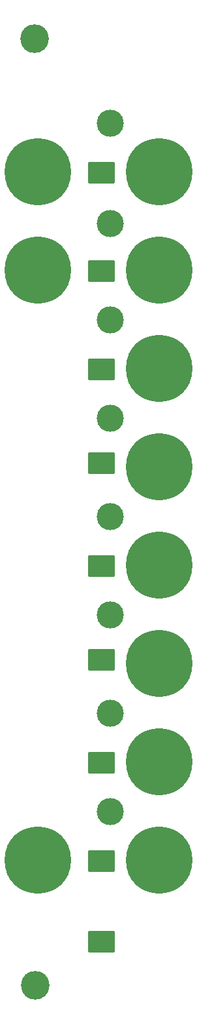
<source format=gbs>
G04 (created by PCBNEW-RS274X (2012-01-19 BZR 3256)-stable) date 12/6/2012 8:31:16 PM*
G01*
G70*
G90*
%MOIN*%
G04 Gerber Fmt 3.4, Leading zero omitted, Abs format*
%FSLAX34Y34*%
G04 APERTURE LIST*
%ADD10C,0.006000*%
%ADD11C,0.146000*%
%ADD12C,0.138100*%
%ADD13C,0.340000*%
%ADD14C,0.010000*%
G04 APERTURE END LIST*
G54D10*
G54D11*
X08070Y-76446D03*
G54D12*
X11925Y-32600D03*
X11925Y-37700D03*
X11925Y-67600D03*
X11925Y-62600D03*
X11925Y-57600D03*
X11925Y-52600D03*
X11925Y-47600D03*
X11925Y-42600D03*
G54D11*
X08060Y-28316D03*
G54D13*
X08225Y-35075D03*
X14425Y-35075D03*
X14425Y-65075D03*
X08225Y-70075D03*
X14425Y-60075D03*
X14425Y-70075D03*
X14425Y-40075D03*
X08225Y-40075D03*
X14425Y-50075D03*
X14425Y-55075D03*
X14425Y-45075D03*
G54D10*
G36*
X12075Y-35625D02*
X12075Y-34625D01*
X10825Y-34625D01*
X10825Y-35625D01*
X12075Y-35625D01*
X12075Y-35625D01*
G37*
G54D14*
X12075Y-35625D02*
X12075Y-34625D01*
X10825Y-34625D01*
X10825Y-35625D01*
X12075Y-35625D01*
G54D10*
G36*
X12075Y-40625D02*
X12075Y-39625D01*
X10825Y-39625D01*
X10825Y-40625D01*
X12075Y-40625D01*
X12075Y-40625D01*
G37*
G54D14*
X12075Y-40625D02*
X12075Y-39625D01*
X10825Y-39625D01*
X10825Y-40625D01*
X12075Y-40625D01*
G54D10*
G36*
X12075Y-45625D02*
X12075Y-44625D01*
X10825Y-44625D01*
X10825Y-45625D01*
X12075Y-45625D01*
X12075Y-45625D01*
G37*
G54D14*
X12075Y-45625D02*
X12075Y-44625D01*
X10825Y-44625D01*
X10825Y-45625D01*
X12075Y-45625D01*
G54D10*
G36*
X12075Y-50375D02*
X12075Y-49375D01*
X10825Y-49375D01*
X10825Y-50375D01*
X12075Y-50375D01*
X12075Y-50375D01*
G37*
G54D14*
X12075Y-50375D02*
X12075Y-49375D01*
X10825Y-49375D01*
X10825Y-50375D01*
X12075Y-50375D01*
G54D10*
G36*
X12075Y-55625D02*
X12075Y-54625D01*
X10825Y-54625D01*
X10825Y-55625D01*
X12075Y-55625D01*
X12075Y-55625D01*
G37*
G54D14*
X12075Y-55625D02*
X12075Y-54625D01*
X10825Y-54625D01*
X10825Y-55625D01*
X12075Y-55625D01*
G54D10*
G36*
X12075Y-60375D02*
X12075Y-59375D01*
X10825Y-59375D01*
X10825Y-60375D01*
X12075Y-60375D01*
X12075Y-60375D01*
G37*
G54D14*
X12075Y-60375D02*
X12075Y-59375D01*
X10825Y-59375D01*
X10825Y-60375D01*
X12075Y-60375D01*
G54D10*
G36*
X12075Y-65625D02*
X12075Y-64625D01*
X10825Y-64625D01*
X10825Y-65625D01*
X12075Y-65625D01*
X12075Y-65625D01*
G37*
G54D14*
X12075Y-65625D02*
X12075Y-64625D01*
X10825Y-64625D01*
X10825Y-65625D01*
X12075Y-65625D01*
G54D10*
G36*
X12075Y-70625D02*
X12075Y-69625D01*
X10825Y-69625D01*
X10825Y-70625D01*
X12075Y-70625D01*
X12075Y-70625D01*
G37*
G54D14*
X12075Y-70625D02*
X12075Y-69625D01*
X10825Y-69625D01*
X10825Y-70625D01*
X12075Y-70625D01*
G54D10*
G36*
X12075Y-74725D02*
X12075Y-73725D01*
X10825Y-73725D01*
X10825Y-74725D01*
X12075Y-74725D01*
X12075Y-74725D01*
G37*
G54D14*
X12075Y-74725D02*
X12075Y-73725D01*
X10825Y-73725D01*
X10825Y-74725D01*
X12075Y-74725D01*
M02*

</source>
